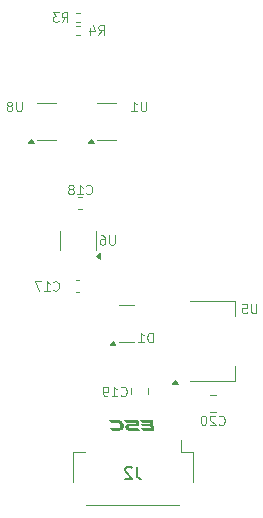
<source format=gbr>
%TF.GenerationSoftware,KiCad,Pcbnew,9.0.1*%
%TF.CreationDate,2025-07-27T20:04:42-04:00*%
%TF.ProjectId,STM32_FlightController,53544d33-325f-4466-9c69-676874436f6e,rev?*%
%TF.SameCoordinates,Original*%
%TF.FileFunction,Legend,Bot*%
%TF.FilePolarity,Positive*%
%FSLAX46Y46*%
G04 Gerber Fmt 4.6, Leading zero omitted, Abs format (unit mm)*
G04 Created by KiCad (PCBNEW 9.0.1) date 2025-07-27 20:04:42*
%MOMM*%
%LPD*%
G01*
G04 APERTURE LIST*
%ADD10C,0.150000*%
%ADD11C,0.100000*%
%ADD12C,0.120000*%
G04 APERTURE END LIST*
D10*
G36*
X37504518Y-51751737D02*
G01*
X37482108Y-51623082D01*
X36905329Y-51623082D01*
X36703767Y-51410225D01*
X37444312Y-51410225D01*
X37424711Y-51298239D01*
X36818561Y-51298239D01*
X36587569Y-51054607D01*
X37671152Y-51054607D01*
X37837726Y-51992500D01*
X36936164Y-51992500D01*
X36706515Y-51751737D01*
X37504518Y-51751737D01*
G37*
G36*
X36192933Y-51429764D02*
G01*
X36226075Y-51427748D01*
X36251522Y-51421452D01*
X36265450Y-51413815D01*
X36275232Y-51403476D01*
X36282479Y-51378137D01*
X36282510Y-51376031D01*
X36280525Y-51354405D01*
X36274451Y-51336669D01*
X36265997Y-51324546D01*
X36254383Y-51314897D01*
X36220280Y-51302271D01*
X36170524Y-51298239D01*
X35520899Y-51298239D01*
X35291311Y-51054607D01*
X36104701Y-51054607D01*
X36168091Y-51056531D01*
X36226255Y-51062187D01*
X36277515Y-51071010D01*
X36324138Y-51082981D01*
X36364926Y-51097404D01*
X36401578Y-51114480D01*
X36433437Y-51133554D01*
X36461547Y-51154881D01*
X36485777Y-51178087D01*
X36506511Y-51203243D01*
X36538121Y-51259526D01*
X36556954Y-51324415D01*
X36562534Y-51390197D01*
X36560567Y-51423019D01*
X36554617Y-51453781D01*
X36545410Y-51480483D01*
X36532611Y-51505148D01*
X36516889Y-51526796D01*
X36497746Y-51546354D01*
X36449259Y-51578641D01*
X36384750Y-51601871D01*
X36300825Y-51614480D01*
X36254544Y-51615999D01*
X35743527Y-51615999D01*
X35713306Y-51617963D01*
X35689396Y-51623891D01*
X35674713Y-51631598D01*
X35664136Y-51641950D01*
X35655464Y-51667131D01*
X35655294Y-51671992D01*
X35657278Y-51693061D01*
X35663349Y-51710791D01*
X35671974Y-51723417D01*
X35683867Y-51733667D01*
X35718379Y-51747303D01*
X35767340Y-51751737D01*
X36477110Y-51751737D01*
X36705294Y-51992500D01*
X35833103Y-51992500D01*
X35769271Y-51990572D01*
X35710774Y-51984898D01*
X35659530Y-51976081D01*
X35612947Y-51964105D01*
X35572357Y-51949710D01*
X35535870Y-51932641D01*
X35504192Y-51913581D01*
X35476195Y-51892225D01*
X35451997Y-51868929D01*
X35431214Y-51843611D01*
X35399152Y-51786551D01*
X35379393Y-51719972D01*
X35372522Y-51642561D01*
X35374470Y-51611141D01*
X35380290Y-51582170D01*
X35389339Y-51557012D01*
X35401798Y-51534078D01*
X35436071Y-51495569D01*
X35484409Y-51465199D01*
X35549860Y-51443158D01*
X35636506Y-51431155D01*
X35683321Y-51429764D01*
X36192933Y-51429764D01*
G37*
G36*
X34725706Y-51751737D02*
G01*
X34763489Y-51749813D01*
X34798765Y-51744157D01*
X34830695Y-51735155D01*
X34859754Y-51722900D01*
X34884997Y-51708052D01*
X34907114Y-51690448D01*
X34925343Y-51670936D01*
X34940263Y-51649125D01*
X34951448Y-51625770D01*
X34959133Y-51600487D01*
X34963720Y-51557991D01*
X34956189Y-51500471D01*
X34933935Y-51446660D01*
X34897128Y-51397635D01*
X34846134Y-51355450D01*
X34782383Y-51322988D01*
X34746557Y-51311358D01*
X34708859Y-51303273D01*
X34645899Y-51298239D01*
X34175488Y-51298239D01*
X33945899Y-51054607D01*
X34602485Y-51054607D01*
X34718045Y-51062260D01*
X34773924Y-51071731D01*
X34827920Y-51084797D01*
X34879756Y-51101322D01*
X34929244Y-51121187D01*
X34975681Y-51144016D01*
X35019362Y-51169876D01*
X35059305Y-51198063D01*
X35096166Y-51228936D01*
X35128899Y-51261474D01*
X35158309Y-51296345D01*
X35183491Y-51332322D01*
X35205177Y-51370303D01*
X35222724Y-51409024D01*
X35236637Y-51449457D01*
X35246554Y-51490487D01*
X35252697Y-51532981D01*
X35254919Y-51579057D01*
X35252984Y-51619575D01*
X35247253Y-51658739D01*
X35237830Y-51696442D01*
X35224831Y-51732519D01*
X35188371Y-51799524D01*
X35138441Y-51858737D01*
X35075561Y-51908935D01*
X35000326Y-51948709D01*
X34958228Y-51964236D01*
X34913503Y-51976529D01*
X34865984Y-51985480D01*
X34816063Y-51990852D01*
X34767715Y-51992500D01*
X34297304Y-51992500D01*
X34069120Y-51751737D01*
X34725706Y-51751737D01*
G37*
X36345833Y-55047319D02*
X36345833Y-55761604D01*
X36345833Y-55761604D02*
X36393452Y-55904461D01*
X36393452Y-55904461D02*
X36488690Y-55999700D01*
X36488690Y-55999700D02*
X36631547Y-56047319D01*
X36631547Y-56047319D02*
X36726785Y-56047319D01*
X35917261Y-55142557D02*
X35869642Y-55094938D01*
X35869642Y-55094938D02*
X35774404Y-55047319D01*
X35774404Y-55047319D02*
X35536309Y-55047319D01*
X35536309Y-55047319D02*
X35441071Y-55094938D01*
X35441071Y-55094938D02*
X35393452Y-55142557D01*
X35393452Y-55142557D02*
X35345833Y-55237795D01*
X35345833Y-55237795D02*
X35345833Y-55333033D01*
X35345833Y-55333033D02*
X35393452Y-55475890D01*
X35393452Y-55475890D02*
X35964880Y-56047319D01*
X35964880Y-56047319D02*
X35345833Y-56047319D01*
D11*
X43276785Y-51426204D02*
X43314881Y-51464300D01*
X43314881Y-51464300D02*
X43429166Y-51502395D01*
X43429166Y-51502395D02*
X43505357Y-51502395D01*
X43505357Y-51502395D02*
X43619643Y-51464300D01*
X43619643Y-51464300D02*
X43695833Y-51388109D01*
X43695833Y-51388109D02*
X43733928Y-51311919D01*
X43733928Y-51311919D02*
X43772024Y-51159538D01*
X43772024Y-51159538D02*
X43772024Y-51045252D01*
X43772024Y-51045252D02*
X43733928Y-50892871D01*
X43733928Y-50892871D02*
X43695833Y-50816680D01*
X43695833Y-50816680D02*
X43619643Y-50740490D01*
X43619643Y-50740490D02*
X43505357Y-50702395D01*
X43505357Y-50702395D02*
X43429166Y-50702395D01*
X43429166Y-50702395D02*
X43314881Y-50740490D01*
X43314881Y-50740490D02*
X43276785Y-50778585D01*
X42972024Y-50778585D02*
X42933928Y-50740490D01*
X42933928Y-50740490D02*
X42857738Y-50702395D01*
X42857738Y-50702395D02*
X42667262Y-50702395D01*
X42667262Y-50702395D02*
X42591071Y-50740490D01*
X42591071Y-50740490D02*
X42552976Y-50778585D01*
X42552976Y-50778585D02*
X42514881Y-50854776D01*
X42514881Y-50854776D02*
X42514881Y-50930966D01*
X42514881Y-50930966D02*
X42552976Y-51045252D01*
X42552976Y-51045252D02*
X43010119Y-51502395D01*
X43010119Y-51502395D02*
X42514881Y-51502395D01*
X42019642Y-50702395D02*
X41943452Y-50702395D01*
X41943452Y-50702395D02*
X41867261Y-50740490D01*
X41867261Y-50740490D02*
X41829166Y-50778585D01*
X41829166Y-50778585D02*
X41791071Y-50854776D01*
X41791071Y-50854776D02*
X41752976Y-51007157D01*
X41752976Y-51007157D02*
X41752976Y-51197633D01*
X41752976Y-51197633D02*
X41791071Y-51350014D01*
X41791071Y-51350014D02*
X41829166Y-51426204D01*
X41829166Y-51426204D02*
X41867261Y-51464300D01*
X41867261Y-51464300D02*
X41943452Y-51502395D01*
X41943452Y-51502395D02*
X42019642Y-51502395D01*
X42019642Y-51502395D02*
X42095833Y-51464300D01*
X42095833Y-51464300D02*
X42133928Y-51426204D01*
X42133928Y-51426204D02*
X42172023Y-51350014D01*
X42172023Y-51350014D02*
X42210119Y-51197633D01*
X42210119Y-51197633D02*
X42210119Y-51007157D01*
X42210119Y-51007157D02*
X42172023Y-50854776D01*
X42172023Y-50854776D02*
X42133928Y-50778585D01*
X42133928Y-50778585D02*
X42095833Y-50740490D01*
X42095833Y-50740490D02*
X42019642Y-50702395D01*
X32051785Y-31901204D02*
X32089881Y-31939300D01*
X32089881Y-31939300D02*
X32204166Y-31977395D01*
X32204166Y-31977395D02*
X32280357Y-31977395D01*
X32280357Y-31977395D02*
X32394643Y-31939300D01*
X32394643Y-31939300D02*
X32470833Y-31863109D01*
X32470833Y-31863109D02*
X32508928Y-31786919D01*
X32508928Y-31786919D02*
X32547024Y-31634538D01*
X32547024Y-31634538D02*
X32547024Y-31520252D01*
X32547024Y-31520252D02*
X32508928Y-31367871D01*
X32508928Y-31367871D02*
X32470833Y-31291680D01*
X32470833Y-31291680D02*
X32394643Y-31215490D01*
X32394643Y-31215490D02*
X32280357Y-31177395D01*
X32280357Y-31177395D02*
X32204166Y-31177395D01*
X32204166Y-31177395D02*
X32089881Y-31215490D01*
X32089881Y-31215490D02*
X32051785Y-31253585D01*
X31289881Y-31977395D02*
X31747024Y-31977395D01*
X31518452Y-31977395D02*
X31518452Y-31177395D01*
X31518452Y-31177395D02*
X31594643Y-31291680D01*
X31594643Y-31291680D02*
X31670833Y-31367871D01*
X31670833Y-31367871D02*
X31747024Y-31405966D01*
X30832738Y-31520252D02*
X30908928Y-31482157D01*
X30908928Y-31482157D02*
X30947023Y-31444061D01*
X30947023Y-31444061D02*
X30985119Y-31367871D01*
X30985119Y-31367871D02*
X30985119Y-31329776D01*
X30985119Y-31329776D02*
X30947023Y-31253585D01*
X30947023Y-31253585D02*
X30908928Y-31215490D01*
X30908928Y-31215490D02*
X30832738Y-31177395D01*
X30832738Y-31177395D02*
X30680357Y-31177395D01*
X30680357Y-31177395D02*
X30604166Y-31215490D01*
X30604166Y-31215490D02*
X30566071Y-31253585D01*
X30566071Y-31253585D02*
X30527976Y-31329776D01*
X30527976Y-31329776D02*
X30527976Y-31367871D01*
X30527976Y-31367871D02*
X30566071Y-31444061D01*
X30566071Y-31444061D02*
X30604166Y-31482157D01*
X30604166Y-31482157D02*
X30680357Y-31520252D01*
X30680357Y-31520252D02*
X30832738Y-31520252D01*
X30832738Y-31520252D02*
X30908928Y-31558347D01*
X30908928Y-31558347D02*
X30947023Y-31596442D01*
X30947023Y-31596442D02*
X30985119Y-31672633D01*
X30985119Y-31672633D02*
X30985119Y-31825014D01*
X30985119Y-31825014D02*
X30947023Y-31901204D01*
X30947023Y-31901204D02*
X30908928Y-31939300D01*
X30908928Y-31939300D02*
X30832738Y-31977395D01*
X30832738Y-31977395D02*
X30680357Y-31977395D01*
X30680357Y-31977395D02*
X30604166Y-31939300D01*
X30604166Y-31939300D02*
X30566071Y-31901204D01*
X30566071Y-31901204D02*
X30527976Y-31825014D01*
X30527976Y-31825014D02*
X30527976Y-31672633D01*
X30527976Y-31672633D02*
X30566071Y-31596442D01*
X30566071Y-31596442D02*
X30604166Y-31558347D01*
X30604166Y-31558347D02*
X30680357Y-31520252D01*
X33095832Y-18452395D02*
X33362499Y-18071442D01*
X33552975Y-18452395D02*
X33552975Y-17652395D01*
X33552975Y-17652395D02*
X33248213Y-17652395D01*
X33248213Y-17652395D02*
X33172023Y-17690490D01*
X33172023Y-17690490D02*
X33133928Y-17728585D01*
X33133928Y-17728585D02*
X33095832Y-17804776D01*
X33095832Y-17804776D02*
X33095832Y-17919061D01*
X33095832Y-17919061D02*
X33133928Y-17995252D01*
X33133928Y-17995252D02*
X33172023Y-18033347D01*
X33172023Y-18033347D02*
X33248213Y-18071442D01*
X33248213Y-18071442D02*
X33552975Y-18071442D01*
X32410118Y-17919061D02*
X32410118Y-18452395D01*
X32600594Y-17614300D02*
X32791071Y-18185728D01*
X32791071Y-18185728D02*
X32295832Y-18185728D01*
X37122023Y-24127395D02*
X37122023Y-24775014D01*
X37122023Y-24775014D02*
X37083928Y-24851204D01*
X37083928Y-24851204D02*
X37045833Y-24889300D01*
X37045833Y-24889300D02*
X36969642Y-24927395D01*
X36969642Y-24927395D02*
X36817261Y-24927395D01*
X36817261Y-24927395D02*
X36741071Y-24889300D01*
X36741071Y-24889300D02*
X36702976Y-24851204D01*
X36702976Y-24851204D02*
X36664880Y-24775014D01*
X36664880Y-24775014D02*
X36664880Y-24127395D01*
X35864881Y-24927395D02*
X36322024Y-24927395D01*
X36093452Y-24927395D02*
X36093452Y-24127395D01*
X36093452Y-24127395D02*
X36169643Y-24241680D01*
X36169643Y-24241680D02*
X36245833Y-24317871D01*
X36245833Y-24317871D02*
X36322024Y-24355966D01*
X26597023Y-24127395D02*
X26597023Y-24775014D01*
X26597023Y-24775014D02*
X26558928Y-24851204D01*
X26558928Y-24851204D02*
X26520833Y-24889300D01*
X26520833Y-24889300D02*
X26444642Y-24927395D01*
X26444642Y-24927395D02*
X26292261Y-24927395D01*
X26292261Y-24927395D02*
X26216071Y-24889300D01*
X26216071Y-24889300D02*
X26177976Y-24851204D01*
X26177976Y-24851204D02*
X26139880Y-24775014D01*
X26139880Y-24775014D02*
X26139880Y-24127395D01*
X25644643Y-24470252D02*
X25720833Y-24432157D01*
X25720833Y-24432157D02*
X25758928Y-24394061D01*
X25758928Y-24394061D02*
X25797024Y-24317871D01*
X25797024Y-24317871D02*
X25797024Y-24279776D01*
X25797024Y-24279776D02*
X25758928Y-24203585D01*
X25758928Y-24203585D02*
X25720833Y-24165490D01*
X25720833Y-24165490D02*
X25644643Y-24127395D01*
X25644643Y-24127395D02*
X25492262Y-24127395D01*
X25492262Y-24127395D02*
X25416071Y-24165490D01*
X25416071Y-24165490D02*
X25377976Y-24203585D01*
X25377976Y-24203585D02*
X25339881Y-24279776D01*
X25339881Y-24279776D02*
X25339881Y-24317871D01*
X25339881Y-24317871D02*
X25377976Y-24394061D01*
X25377976Y-24394061D02*
X25416071Y-24432157D01*
X25416071Y-24432157D02*
X25492262Y-24470252D01*
X25492262Y-24470252D02*
X25644643Y-24470252D01*
X25644643Y-24470252D02*
X25720833Y-24508347D01*
X25720833Y-24508347D02*
X25758928Y-24546442D01*
X25758928Y-24546442D02*
X25797024Y-24622633D01*
X25797024Y-24622633D02*
X25797024Y-24775014D01*
X25797024Y-24775014D02*
X25758928Y-24851204D01*
X25758928Y-24851204D02*
X25720833Y-24889300D01*
X25720833Y-24889300D02*
X25644643Y-24927395D01*
X25644643Y-24927395D02*
X25492262Y-24927395D01*
X25492262Y-24927395D02*
X25416071Y-24889300D01*
X25416071Y-24889300D02*
X25377976Y-24851204D01*
X25377976Y-24851204D02*
X25339881Y-24775014D01*
X25339881Y-24775014D02*
X25339881Y-24622633D01*
X25339881Y-24622633D02*
X25377976Y-24546442D01*
X25377976Y-24546442D02*
X25416071Y-24508347D01*
X25416071Y-24508347D02*
X25492262Y-24470252D01*
X34976785Y-48976204D02*
X35014881Y-49014300D01*
X35014881Y-49014300D02*
X35129166Y-49052395D01*
X35129166Y-49052395D02*
X35205357Y-49052395D01*
X35205357Y-49052395D02*
X35319643Y-49014300D01*
X35319643Y-49014300D02*
X35395833Y-48938109D01*
X35395833Y-48938109D02*
X35433928Y-48861919D01*
X35433928Y-48861919D02*
X35472024Y-48709538D01*
X35472024Y-48709538D02*
X35472024Y-48595252D01*
X35472024Y-48595252D02*
X35433928Y-48442871D01*
X35433928Y-48442871D02*
X35395833Y-48366680D01*
X35395833Y-48366680D02*
X35319643Y-48290490D01*
X35319643Y-48290490D02*
X35205357Y-48252395D01*
X35205357Y-48252395D02*
X35129166Y-48252395D01*
X35129166Y-48252395D02*
X35014881Y-48290490D01*
X35014881Y-48290490D02*
X34976785Y-48328585D01*
X34214881Y-49052395D02*
X34672024Y-49052395D01*
X34443452Y-49052395D02*
X34443452Y-48252395D01*
X34443452Y-48252395D02*
X34519643Y-48366680D01*
X34519643Y-48366680D02*
X34595833Y-48442871D01*
X34595833Y-48442871D02*
X34672024Y-48480966D01*
X33833928Y-49052395D02*
X33681547Y-49052395D01*
X33681547Y-49052395D02*
X33605357Y-49014300D01*
X33605357Y-49014300D02*
X33567261Y-48976204D01*
X33567261Y-48976204D02*
X33491071Y-48861919D01*
X33491071Y-48861919D02*
X33452976Y-48709538D01*
X33452976Y-48709538D02*
X33452976Y-48404776D01*
X33452976Y-48404776D02*
X33491071Y-48328585D01*
X33491071Y-48328585D02*
X33529166Y-48290490D01*
X33529166Y-48290490D02*
X33605357Y-48252395D01*
X33605357Y-48252395D02*
X33757738Y-48252395D01*
X33757738Y-48252395D02*
X33833928Y-48290490D01*
X33833928Y-48290490D02*
X33872023Y-48328585D01*
X33872023Y-48328585D02*
X33910119Y-48404776D01*
X33910119Y-48404776D02*
X33910119Y-48595252D01*
X33910119Y-48595252D02*
X33872023Y-48671442D01*
X33872023Y-48671442D02*
X33833928Y-48709538D01*
X33833928Y-48709538D02*
X33757738Y-48747633D01*
X33757738Y-48747633D02*
X33605357Y-48747633D01*
X33605357Y-48747633D02*
X33529166Y-48709538D01*
X33529166Y-48709538D02*
X33491071Y-48671442D01*
X33491071Y-48671442D02*
X33452976Y-48595252D01*
X37677975Y-44477395D02*
X37677975Y-43677395D01*
X37677975Y-43677395D02*
X37487499Y-43677395D01*
X37487499Y-43677395D02*
X37373213Y-43715490D01*
X37373213Y-43715490D02*
X37297023Y-43791680D01*
X37297023Y-43791680D02*
X37258928Y-43867871D01*
X37258928Y-43867871D02*
X37220832Y-44020252D01*
X37220832Y-44020252D02*
X37220832Y-44134538D01*
X37220832Y-44134538D02*
X37258928Y-44286919D01*
X37258928Y-44286919D02*
X37297023Y-44363109D01*
X37297023Y-44363109D02*
X37373213Y-44439300D01*
X37373213Y-44439300D02*
X37487499Y-44477395D01*
X37487499Y-44477395D02*
X37677975Y-44477395D01*
X36458928Y-44477395D02*
X36916071Y-44477395D01*
X36687499Y-44477395D02*
X36687499Y-43677395D01*
X36687499Y-43677395D02*
X36763690Y-43791680D01*
X36763690Y-43791680D02*
X36839880Y-43867871D01*
X36839880Y-43867871D02*
X36916071Y-43905966D01*
X46472023Y-41252395D02*
X46472023Y-41900014D01*
X46472023Y-41900014D02*
X46433928Y-41976204D01*
X46433928Y-41976204D02*
X46395833Y-42014300D01*
X46395833Y-42014300D02*
X46319642Y-42052395D01*
X46319642Y-42052395D02*
X46167261Y-42052395D01*
X46167261Y-42052395D02*
X46091071Y-42014300D01*
X46091071Y-42014300D02*
X46052976Y-41976204D01*
X46052976Y-41976204D02*
X46014880Y-41900014D01*
X46014880Y-41900014D02*
X46014880Y-41252395D01*
X45252976Y-41252395D02*
X45633928Y-41252395D01*
X45633928Y-41252395D02*
X45672024Y-41633347D01*
X45672024Y-41633347D02*
X45633928Y-41595252D01*
X45633928Y-41595252D02*
X45557738Y-41557157D01*
X45557738Y-41557157D02*
X45367262Y-41557157D01*
X45367262Y-41557157D02*
X45291071Y-41595252D01*
X45291071Y-41595252D02*
X45252976Y-41633347D01*
X45252976Y-41633347D02*
X45214881Y-41709538D01*
X45214881Y-41709538D02*
X45214881Y-41900014D01*
X45214881Y-41900014D02*
X45252976Y-41976204D01*
X45252976Y-41976204D02*
X45291071Y-42014300D01*
X45291071Y-42014300D02*
X45367262Y-42052395D01*
X45367262Y-42052395D02*
X45557738Y-42052395D01*
X45557738Y-42052395D02*
X45633928Y-42014300D01*
X45633928Y-42014300D02*
X45672024Y-41976204D01*
X34472023Y-35452395D02*
X34472023Y-36100014D01*
X34472023Y-36100014D02*
X34433928Y-36176204D01*
X34433928Y-36176204D02*
X34395833Y-36214300D01*
X34395833Y-36214300D02*
X34319642Y-36252395D01*
X34319642Y-36252395D02*
X34167261Y-36252395D01*
X34167261Y-36252395D02*
X34091071Y-36214300D01*
X34091071Y-36214300D02*
X34052976Y-36176204D01*
X34052976Y-36176204D02*
X34014880Y-36100014D01*
X34014880Y-36100014D02*
X34014880Y-35452395D01*
X33291071Y-35452395D02*
X33443452Y-35452395D01*
X33443452Y-35452395D02*
X33519643Y-35490490D01*
X33519643Y-35490490D02*
X33557738Y-35528585D01*
X33557738Y-35528585D02*
X33633928Y-35642871D01*
X33633928Y-35642871D02*
X33672024Y-35795252D01*
X33672024Y-35795252D02*
X33672024Y-36100014D01*
X33672024Y-36100014D02*
X33633928Y-36176204D01*
X33633928Y-36176204D02*
X33595833Y-36214300D01*
X33595833Y-36214300D02*
X33519643Y-36252395D01*
X33519643Y-36252395D02*
X33367262Y-36252395D01*
X33367262Y-36252395D02*
X33291071Y-36214300D01*
X33291071Y-36214300D02*
X33252976Y-36176204D01*
X33252976Y-36176204D02*
X33214881Y-36100014D01*
X33214881Y-36100014D02*
X33214881Y-35909538D01*
X33214881Y-35909538D02*
X33252976Y-35833347D01*
X33252976Y-35833347D02*
X33291071Y-35795252D01*
X33291071Y-35795252D02*
X33367262Y-35757157D01*
X33367262Y-35757157D02*
X33519643Y-35757157D01*
X33519643Y-35757157D02*
X33595833Y-35795252D01*
X33595833Y-35795252D02*
X33633928Y-35833347D01*
X33633928Y-35833347D02*
X33672024Y-35909538D01*
X29276785Y-40051204D02*
X29314881Y-40089300D01*
X29314881Y-40089300D02*
X29429166Y-40127395D01*
X29429166Y-40127395D02*
X29505357Y-40127395D01*
X29505357Y-40127395D02*
X29619643Y-40089300D01*
X29619643Y-40089300D02*
X29695833Y-40013109D01*
X29695833Y-40013109D02*
X29733928Y-39936919D01*
X29733928Y-39936919D02*
X29772024Y-39784538D01*
X29772024Y-39784538D02*
X29772024Y-39670252D01*
X29772024Y-39670252D02*
X29733928Y-39517871D01*
X29733928Y-39517871D02*
X29695833Y-39441680D01*
X29695833Y-39441680D02*
X29619643Y-39365490D01*
X29619643Y-39365490D02*
X29505357Y-39327395D01*
X29505357Y-39327395D02*
X29429166Y-39327395D01*
X29429166Y-39327395D02*
X29314881Y-39365490D01*
X29314881Y-39365490D02*
X29276785Y-39403585D01*
X28514881Y-40127395D02*
X28972024Y-40127395D01*
X28743452Y-40127395D02*
X28743452Y-39327395D01*
X28743452Y-39327395D02*
X28819643Y-39441680D01*
X28819643Y-39441680D02*
X28895833Y-39517871D01*
X28895833Y-39517871D02*
X28972024Y-39555966D01*
X28248214Y-39327395D02*
X27714880Y-39327395D01*
X27714880Y-39327395D02*
X28057738Y-40127395D01*
X29995832Y-17377395D02*
X30262499Y-16996442D01*
X30452975Y-17377395D02*
X30452975Y-16577395D01*
X30452975Y-16577395D02*
X30148213Y-16577395D01*
X30148213Y-16577395D02*
X30072023Y-16615490D01*
X30072023Y-16615490D02*
X30033928Y-16653585D01*
X30033928Y-16653585D02*
X29995832Y-16729776D01*
X29995832Y-16729776D02*
X29995832Y-16844061D01*
X29995832Y-16844061D02*
X30033928Y-16920252D01*
X30033928Y-16920252D02*
X30072023Y-16958347D01*
X30072023Y-16958347D02*
X30148213Y-16996442D01*
X30148213Y-16996442D02*
X30452975Y-16996442D01*
X29729166Y-16577395D02*
X29233928Y-16577395D01*
X29233928Y-16577395D02*
X29500594Y-16882157D01*
X29500594Y-16882157D02*
X29386309Y-16882157D01*
X29386309Y-16882157D02*
X29310118Y-16920252D01*
X29310118Y-16920252D02*
X29272023Y-16958347D01*
X29272023Y-16958347D02*
X29233928Y-17034538D01*
X29233928Y-17034538D02*
X29233928Y-17225014D01*
X29233928Y-17225014D02*
X29272023Y-17301204D01*
X29272023Y-17301204D02*
X29310118Y-17339300D01*
X29310118Y-17339300D02*
X29386309Y-17377395D01*
X29386309Y-17377395D02*
X29614880Y-17377395D01*
X29614880Y-17377395D02*
X29691071Y-17339300D01*
X29691071Y-17339300D02*
X29729166Y-17301204D01*
D12*
%TO.C,J2*%
X30902500Y-53802500D02*
X31952500Y-53802500D01*
X30902500Y-56302500D02*
X30902500Y-53802500D01*
X39952500Y-58272500D02*
X32072500Y-58272500D01*
X40072500Y-53802500D02*
X40072500Y-52812500D01*
X41122500Y-53802500D02*
X40072500Y-53802500D01*
X41122500Y-56302500D02*
X41122500Y-53802500D01*
%TO.C,C20*%
X43023752Y-48952500D02*
X42501248Y-48952500D01*
X43023752Y-50422500D02*
X42501248Y-50422500D01*
%TO.C,C18*%
X31678080Y-32227500D02*
X31396920Y-32227500D01*
X31678080Y-33247500D02*
X31396920Y-33247500D01*
%TO.C,R4*%
X31208859Y-17707500D02*
X31516141Y-17707500D01*
X31208859Y-18467500D02*
X31516141Y-18467500D01*
%TO.C,U1*%
X33775000Y-24252500D02*
X32975000Y-24252500D01*
X33775000Y-24252500D02*
X34575000Y-24252500D01*
X33775000Y-27372500D02*
X32975000Y-27372500D01*
X33775000Y-27372500D02*
X34575000Y-27372500D01*
X32715000Y-27652500D02*
X32235000Y-27652500D01*
X32475000Y-27322500D01*
X32715000Y-27652500D01*
G36*
X32715000Y-27652500D02*
G01*
X32235000Y-27652500D01*
X32475000Y-27322500D01*
X32715000Y-27652500D01*
G37*
%TO.C,U8*%
X28675000Y-24252500D02*
X27875000Y-24252500D01*
X28675000Y-24252500D02*
X29475000Y-24252500D01*
X28675000Y-27372500D02*
X27875000Y-27372500D01*
X28675000Y-27372500D02*
X29475000Y-27372500D01*
X27615000Y-27652500D02*
X27135000Y-27652500D01*
X27375000Y-27322500D01*
X27615000Y-27652500D01*
G36*
X27615000Y-27652500D02*
G01*
X27135000Y-27652500D01*
X27375000Y-27322500D01*
X27615000Y-27652500D01*
G37*
%TO.C,C19*%
X35827500Y-48376248D02*
X35827500Y-48898752D01*
X37297500Y-48376248D02*
X37297500Y-48898752D01*
%TO.C,D1*%
X35450000Y-41327500D02*
X34800000Y-41327500D01*
X35450000Y-41327500D02*
X36100000Y-41327500D01*
X35450000Y-44447500D02*
X34800000Y-44447500D01*
X35450000Y-44447500D02*
X36100000Y-44447500D01*
X34527500Y-44727500D02*
X34047500Y-44727500D01*
X34287500Y-44397500D01*
X34527500Y-44727500D01*
G36*
X34527500Y-44727500D02*
G01*
X34047500Y-44727500D01*
X34287500Y-44397500D01*
X34527500Y-44727500D01*
G37*
%TO.C,U5*%
X40862500Y-40977500D02*
X44622500Y-40977500D01*
X40862500Y-47797500D02*
X44622500Y-47797500D01*
X44622500Y-40977500D02*
X44622500Y-42237500D01*
X44622500Y-47797500D02*
X44622500Y-46537500D01*
X39822500Y-48027500D02*
X39342500Y-48027500D01*
X39582500Y-47697500D01*
X39822500Y-48027500D01*
G36*
X39822500Y-48027500D02*
G01*
X39342500Y-48027500D01*
X39582500Y-47697500D01*
X39822500Y-48027500D01*
G37*
%TO.C,U6*%
X29802500Y-35887500D02*
X29802500Y-35087500D01*
X29802500Y-35887500D02*
X29802500Y-36687500D01*
X32922500Y-35887500D02*
X32922500Y-35087500D01*
X32922500Y-35887500D02*
X32922500Y-36687500D01*
X33202500Y-37427500D02*
X32872500Y-37187500D01*
X33202500Y-36947500D01*
X33202500Y-37427500D01*
G36*
X33202500Y-37427500D02*
G01*
X32872500Y-37187500D01*
X33202500Y-36947500D01*
X33202500Y-37427500D01*
G37*
%TO.C,C17*%
X31478080Y-39240000D02*
X31196920Y-39240000D01*
X31478080Y-40260000D02*
X31196920Y-40260000D01*
%TO.C,R3*%
X31516141Y-16607500D02*
X31208859Y-16607500D01*
X31516141Y-17367500D02*
X31208859Y-17367500D01*
%TD*%
M02*

</source>
